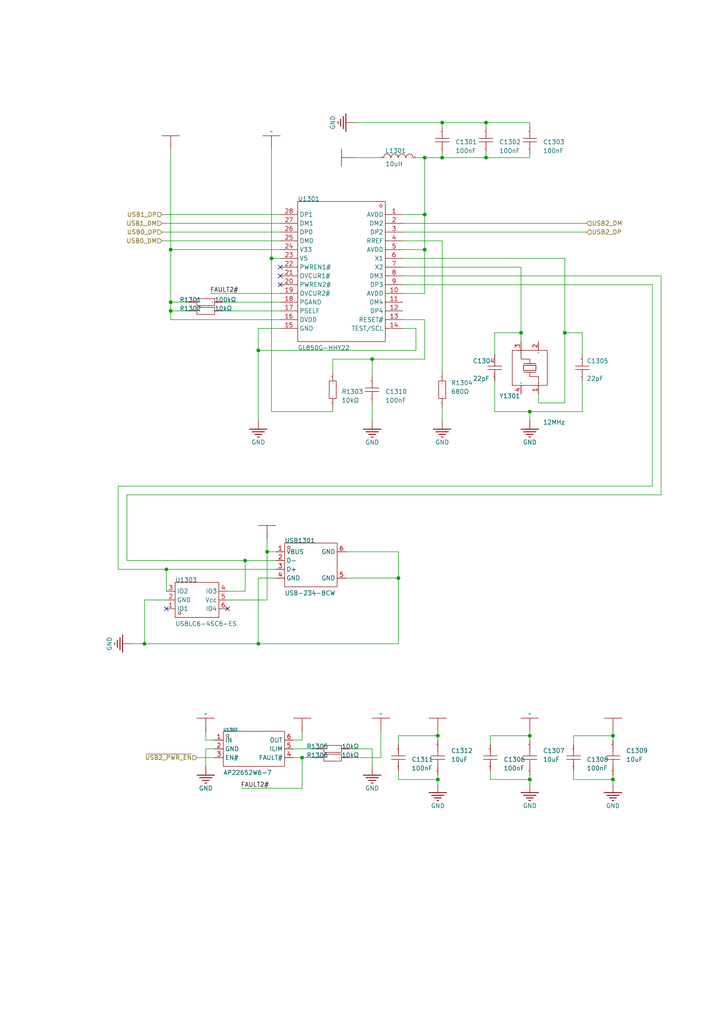
<source format=kicad_sch>
(kicad_sch (version 20250114) (generator "eeschema") (generator_version "9.0")
  (paper "A4" portrait)
  (lib_symbols
    (symbol "mainboard:0402B104K250NT"
      (property "Reference" "C" (at 0 0 0))
      (symbol "0402B104K250NT_1_0"
        (polyline (pts (xy -1.27 0) (xy -0.508 0)))
        (polyline (pts (xy -0.508 2.032) (xy -0.508 -2.032)))
        (polyline (pts (xy 0.508 2.032) (xy 0.508 -2.032)))
        (polyline (pts (xy 0.508 0) (xy 1.27 0)))
        (pin input line (at -3.81 0 0) (length 2.54) (name "1") (number "1"))
        (pin input line (at 3.81 0 180) (length 2.54) (name "2") (number "2"))
      )
    )
    (symbol "mainboard:0603WAF1002T5E"
      (symbol "0603WAF1002T5E_1_0"
        (rectangle (start -2.54 -1.016) (end 2.54 1.016))
        (pin input line (at -5.08 0 0) (length 2.54) (name "1") (number "1"))
        (pin input line (at 5.08 0 180) (length 2.54) (name "2") (number "2"))
      )
    )
    (symbol "mainboard:0603WAF1003T5E"
      (property "Reference" "R" (at 0 0 0))
      (symbol "0603WAF1003T5E_1_0"
        (rectangle (start -2.54 -1.016) (end 2.54 1.016))
        (pin input line (at -5.08 0 0) (length 2.54) (name "1") (number "1"))
        (pin input line (at 5.08 0 180) (length 2.54) (name "2") (number "2"))
      )
    )
    (symbol "mainboard:0603WAF6800T5E"
      (property "Reference" "R" (at 0 0 0))
      (symbol "0603WAF6800T5E_1_0"
        (rectangle (start -2.54 -1.016) (end 2.54 1.016))
        (pin input line (at -5.08 0 0) (length 2.54) (name "1") (number "1"))
        (pin input line (at 5.08 0 180) (length 2.54) (name "2") (number "2"))
      )
    )
    (symbol "mainboard:AP22652W6-7"
      (property "Reference" "U" (at 0 0 0))
      (symbol "AP22652W6-7_1_0"
        (rectangle (start -8.89 -5.08) (end 8.89 5.08))
        (circle (center -7.62 3.81) (radius 0.381))
        (pin input line (at -11.43 2.54 0) (length 2.54) (name "IN") (number "1"))
        (pin input line (at -11.43 0 0) (length 2.54) (name "GND") (number "2"))
        (pin input line (at -11.43 -2.54 0) (length 2.54) (name "EN#") (number "3"))
        (pin input line (at 11.43 2.54 180) (length 2.54) (name "OUT") (number "6"))
        (pin input line (at 11.43 0 180) (length 2.54) (name "ILIM") (number "5"))
        (pin input line (at 11.43 -2.54 180) (length 2.54) (name "FAULT#") (number "4"))
      )
    )
    (symbol "mainboard:CC0603JRNPO9BN220"
      (property "Reference" "C" (at 0 0 0))
      (symbol "CC0603JRNPO9BN220_1_0"
        (polyline (pts (xy -1.27 0) (xy -0.508 0)))
        (polyline (pts (xy -0.508 2.032) (xy -0.508 -2.032)))
        (polyline (pts (xy 0.508 2.032) (xy 0.508 -2.032)))
        (polyline (pts (xy 0.508 0) (xy 1.27 0)))
        (pin input line (at -3.81 0 0) (length 2.54) (name "1") (number "1"))
        (pin input line (at 3.81 0 180) (length 2.54) (name "2") (number "2"))
      )
    )
    (symbol "mainboard:CL10A106MA8NRNC"
      (property "Reference" "C" (at 0 0 0))
      (symbol "CL10A106MA8NRNC_1_0"
        (polyline (pts (xy -0.508 0) (xy -2.54 0)))
        (polyline (pts (xy -0.508 -2.032) (xy -0.508 2.032)))
        (polyline (pts (xy 0.508 2.032) (xy 0.508 -2.032)))
        (polyline (pts (xy 2.54 0) (xy 0.508 0)))
        (pin input line (at -5.08 0 0) (length 2.54) (name "1") (number "1"))
        (pin input line (at 5.08 0 180) (length 2.54) (name "2") (number "2"))
      )
    )
    (symbol "mainboard:GL850G-HHY22"
      (property "Reference" "U" (at 0 0 0))
      (symbol "GL850G-HHY22_1_0"
        (rectangle (start -12.7 -20.32) (end 12.7 20.32))
        (circle (center -11.43 19.05) (radius 0.381))
        (pin unspecified line (at -17.78 16.51 0) (length 5.08) (name "AVDD") (number "1"))
        (pin unspecified line (at -17.78 13.97 0) (length 5.08) (name "DM2") (number "2"))
        (pin unspecified line (at -17.78 11.43 0) (length 5.08) (name "DP2") (number "3"))
        (pin unspecified line (at -17.78 8.89 0) (length 5.08) (name "RREF") (number "4"))
        (pin unspecified line (at -17.78 6.35 0) (length 5.08) (name "AVDD") (number "5"))
        (pin unspecified line (at -17.78 3.81 0) (length 5.08) (name "X1") (number "6"))
        (pin unspecified line (at -17.78 1.27 0) (length 5.08) (name "X2") (number "7"))
        (pin unspecified line (at -17.78 -1.27 0) (length 5.08) (name "DM3") (number "8"))
        (pin unspecified line (at -17.78 -3.81 0) (length 5.08) (name "DP3") (number "9"))
        (pin unspecified line (at -17.78 -6.35 0) (length 5.08) (name "AVDD") (number "10"))
        (pin unspecified line (at -17.78 -8.89 0) (length 5.08) (name "DM4") (number "11"))
        (pin unspecified line (at -17.78 -11.43 0) (length 5.08) (name "DP4") (number "12"))
        (pin unspecified line (at -17.78 -13.97 0) (length 5.08) (name "RESET#") (number "13"))
        (pin unspecified line (at -17.78 -16.51 0) (length 5.08) (name "TEST/SCL") (number "14"))
        (pin unspecified line (at 17.78 16.51 180) (length 5.08) (name "DP1") (number "28"))
        (pin unspecified line (at 17.78 13.97 180) (length 5.08) (name "DM1") (number "27"))
        (pin unspecified line (at 17.78 11.43 180) (length 5.08) (name "DP0") (number "26"))
        (pin unspecified line (at 17.78 8.89 180) (length 5.08) (name "DM0") (number "25"))
        (pin unspecified line (at 17.78 6.35 180) (length 5.08) (name "V33") (number "24"))
        (pin unspecified line (at 17.78 3.81 180) (length 5.08) (name "V5") (number "23"))
        (pin unspecified line (at 17.78 1.27 180) (length 5.08) (name "PWREN1#") (number "22"))
        (pin unspecified line (at 17.78 -1.27 180) (length 5.08) (name "OVCUR1#") (number "21"))
        (pin unspecified line (at 17.78 -3.81 180) (length 5.08) (name "PWREN2#") (number "20"))
        (pin unspecified line (at 17.78 -6.35 180) (length 5.08) (name "OVCUR2#") (number "19"))
        (pin unspecified line (at 17.78 -8.89 180) (length 5.08) (name "PGAND") (number "18"))
        (pin unspecified line (at 17.78 -11.43 180) (length 5.08) (name "PSELF") (number "17"))
        (pin unspecified line (at 17.78 -13.97 180) (length 5.08) (name "DVDD") (number "16"))
        (pin unspecified line (at 17.78 -16.51 180) (length 5.08) (name "GND") (number "15"))
      )
    )
    (symbol "mainboard:Ground-GND" (power) (pin_numbers (hide yes)) (pin_names (hide yes))
      (property "Value" "GND" (at 0 -6.35 0))
      (symbol "Ground-GND_1_0"
        (polyline (pts (xy -2.54 -2.54) (xy 2.54 -2.54)) (stroke (width 0.254)))
        (polyline (pts (xy -1.778 -3.302) (xy 1.778 -3.302)) (stroke (width 0.254)))
        (polyline (pts (xy -1.016 -4.064) (xy 1.016 -4.064)) (stroke (width 0.254)))
        (polyline (pts (xy -0.254 -4.826) (xy 0.254 -4.826)) (stroke (width 0.254)))
        (pin power_in line (at 0 0 270) (length 2.54) (name "") (number "1"))
      )
    )
    (symbol "mainboard:Power-5V" (power) (pin_numbers (hide yes)) (pin_names (hide yes))
      (symbol "Power-5V_1_0"
        (polyline (pts (xy -2.54 3.81) (xy 2.54 3.81)))
        (polyline (pts (xy 0 3.81) (xy 0 1.27)))
        (pin power_in line (at 0 0 90) (length 1.27) (name "+5V_CURR2") (number "1"))
      )
    )
    (symbol "mainboard:SWPA3015S100MT"
      (property "Reference" "L" (at 0 0 0))
      (symbol "SWPA3015S100MT_1_0"
        (polyline (pts (xy -4.2672 0) (xy -4.2164 0.4318) (xy -4.2164 0.4318) (xy -4.0132 0.7874) (xy -4.0132 0.7874) (xy -3.6576 1.016) (xy -3.6576 1.016) (xy -3.2512 1.0922) (xy -3.2512 1.0922) (xy -2.8702 1.016) (xy -2.8702 1.016) (xy -2.5146 0.7874) (xy -2.5146 0.7874) (xy -2.3114 0.4064) (xy -2.3114 0.4064) (xy -2.2606 0)))
        (polyline (pts (xy -2.1082 0) (xy -2.0828 0.4318) (xy -2.0828 0.4318) (xy -1.8542 0.7874) (xy -1.8542 0.7874) (xy -1.524 1.016) (xy -1.524 1.016) (xy -1.1176 1.0922) (xy -1.1176 1.0922) (xy -0.7112 1.016) (xy -0.7112 1.016) (xy -0.3556 0.7874) (xy -0.3556 0.7874) (xy -0.1524 0.4318) (xy -0.1524 0.4318) (xy -0.1016 0)))
        (polyline (pts (xy 0 0) (xy 0.0508 0.4318) (xy 0.0508 0.4318) (xy 0.2794 0.7874) (xy 0.2794 0.7874) (xy 0.6096 1.016) (xy 0.6096 1.016) (xy 1.016 1.0922) (xy 1.016 1.0922) (xy 1.4224 1.016) (xy 1.4224 1.016) (xy 1.7526 0.7874) (xy 1.7526 0.7874) (xy 1.9812 0.4318) (xy 1.9812 0.4318) (xy 2.032 0)))
        (polyline (pts (xy 2.2098 0) (xy 2.2606 0.4064) (xy 2.2606 0.4064) (xy 2.4638 0.762) (xy 2.4638 0.762) (xy 2.8194 0.9906) (xy 2.8194 0.9906) (xy 3.2004 1.0922) (xy 3.2004 1.0922) (xy 3.6068 0.9906) (xy 3.6068 0.9906) (xy 3.9624 0.762) (xy 3.9624 0.762) (xy 4.1656 0.4064) (xy 4.1656 0.4064) (xy 4.2164 0)))
        (pin unspecified line (at -5.08 0 0) (length 0.762) (name "1") (number "1"))
        (pin unspecified line (at 5.08 0 180) (length 0.762) (name "2") (number "2"))
      )
    )
    (symbol "mainboard:USB-234-BCW"
      (property "Reference" "USB" (at 0 0 0))
      (symbol "USB-234-BCW_1_0"
        (rectangle (start -7.62 -5.08) (end 7.62 7.62))
        (circle (center -6.35 6.35) (radius 0.381))
        (pin input line (at -10.16 5.08 0) (length 2.54) (name "VBUS") (number "1"))
        (pin input line (at -10.16 2.54 0) (length 2.54) (name "D-") (number "2"))
        (pin input line (at -10.16 0 0) (length 2.54) (name "D+") (number "3"))
        (pin input line (at -10.16 -2.54 0) (length 2.54) (name "GND") (number "4"))
        (pin input line (at 10.16 5.08 180) (length 2.54) (name "GND") (number "6"))
        (pin input line (at 10.16 -2.54 180) (length 2.54) (name "GND") (number "5"))
      )
    )
    (symbol "mainboard:USBLC6-4SC6-ES"
      (property "Reference" "U" (at 0 0 0))
      (symbol "USBLC6-4SC6-ES_1_0"
        (rectangle (start -6.35 -5.08) (end 6.35 5.08))
        (circle (center -5.08 3.81) (radius 0.381))
        (pin unspecified line (at -8.89 2.54 0) (length 2.54) (name "IO1") (number "1"))
        (pin unspecified line (at -8.89 0 0) (length 2.54) (name "GND") (number "2"))
        (pin unspecified line (at -8.89 -2.54 0) (length 2.54) (name "IO2") (number "3"))
        (pin unspecified line (at 8.89 2.54 180) (length 2.54) (name "IO4") (number "6"))
        (pin unspecified line (at 8.89 0 180) (length 2.54) (name "Vcc") (number "5"))
        (pin unspecified line (at 8.89 -2.54 180) (length 2.54) (name "IO3") (number "4"))
      )
    )
    (symbol "mainboard:X322512MSB4SI"
      (property "Reference" "X" (at 0 0 0))
      (symbol "X322512MSB4SI_1_0"
        (polyline (pts (xy -5.08 -2.54) (xy -2.54 -2.54) (xy -2.54 -2.54) (xy -2.54 0) (xy -2.54 0) (xy -1.524 0)))
        (rectangle (start -5.08 -5.08) (end 5.08 5.08))
        (polyline (pts (xy -1.27 -1.016) (xy -1.27 1.016)))
        (polyline (pts (xy -1.27 -1.778) (xy -1.27 1.778)))
        (polyline (pts (xy -0.762 -1.778) (xy -0.762 1.778) (xy -0.762 1.778) (xy 0.762 1.778) (xy 0.762 1.778) (xy 0.762 -1.778)))
        (polyline (pts (xy 0.762 1.778) (xy 0.762 -1.778) (xy 0.762 -1.778) (xy -0.762 -1.778) (xy -0.762 -1.778) (xy -0.762 1.778) (xy -0.762 1.778) (xy 0.762 1.778)))
        (polyline (pts (xy 0.762 -1.778) (xy -0.762 -1.778)))
        (polyline (pts (xy 1.27 -1.016) (xy 1.27 1.016)))
        (polyline (pts (xy 1.27 -1.778) (xy 1.27 1.778)))
        (polyline (pts (xy 5.08 2.54) (xy 2.54 2.54) (xy 2.54 2.54) (xy 2.54 0) (xy 2.54 0) (xy 1.524 0)))
        (pin unspecified line (at -7.62 2.54 0) (length 2.54) (name "GND") (number "4"))
        (pin unspecified line (at -7.62 -2.54 0) (length 2.54) (name "OSC1") (number "1"))
        (pin unspecified line (at 7.62 2.54 180) (length 2.54) (name "OSC2") (number "3"))
        (pin unspecified line (at 7.62 -2.54 180) (length 2.54) (name "GND") (number "2"))
      )
    )
  )
  (junction (at 123.19 62.23))
  (junction (at 140.97 45.72))
  (junction (at 107.95 104.14))
  (junction (at 71.12 162.56))
  (junction (at 177.8 226.06))
  (junction (at 78.74 74.93))
  (junction (at 140.97 35.56))
  (junction (at 48.26 165.1))
  (junction (at 127 226.06))
  (junction (at 49.53 90.17))
  (junction (at 49.53 87.63))
  (junction (at 151.13 96.52))
  (junction (at 87.63 219.71))
  (junction (at 153.67 213.36))
  (junction (at 77.47 160.02))
  (junction (at 163.83 96.52))
  (junction (at 123.19 45.72))
  (junction (at 74.93 101.6))
  (junction (at 115.57 167.64))
  (junction (at 128.27 45.72))
  (junction (at 74.93 186.69))
  (junction (at 127 213.36))
  (junction (at 153.67 119.38))
  (junction (at 128.27 35.56))
  (junction (at 153.67 226.06))
  (junction (at 123.19 72.39))
  (junction (at 49.53 72.39))
  (junction (at 177.8 213.36))
  (junction (at 41.91 186.69))
  (no_connect (at 48.26 176.53))
  (no_connect (at 81.28 80.01))
  (no_connect (at 66.04 176.53))
  (no_connect (at 81.28 82.55))
  (no_connect (at 81.28 77.47))
  (wire (pts (xy 36.83 143.51) (xy 191.77 143.51)))
  (wire (pts (xy 115.57 226.06) (xy 127 226.06)))
  (wire (pts (xy 191.77 80.01) (xy 116.84 80.01)))
  (wire (pts (xy 123.19 62.23) (xy 123.19 72.39)))
  (wire (pts (xy 116.84 67.31) (xy 170.18 67.31)))
  (wire (pts (xy 77.47 173.99) (xy 66.04 173.99)))
  (wire (pts (xy 77.47 160.02) (xy 80.01 160.02)))
  (wire (pts (xy 77.47 160.02) (xy 77.47 156.21)))
  (wire (pts (xy 168.91 96.52) (xy 168.91 102.87)))
  (wire (pts (xy 153.67 212.09) (xy 153.67 213.36)))
  (wire (pts (xy 166.37 223.52) (xy 166.37 226.06)))
  (wire (pts (xy 34.29 165.1) (xy 48.26 165.1)))
  (wire (pts (xy 49.53 87.63) (xy 54.61 87.63)))
  (wire (pts (xy 116.84 69.85) (xy 128.27 69.85)))
  (wire (pts (xy 81.28 95.25) (xy 74.93 95.25)))
  (wire (pts (xy 115.57 167.64) (xy 115.57 186.69)))
  (wire (pts (xy 96.52 119.38) (xy 96.52 118.11)))
  (wire (pts (xy 101.6 219.71) (xy 110.49 219.71)))
  (wire (pts (xy 166.37 213.36) (xy 166.37 215.9)))
  (wire (pts (xy 151.13 96.52) (xy 143.51 96.52)))
  (wire (pts (xy 163.83 96.52) (xy 163.83 116.84)))
  (wire (pts (xy 87.63 219.71) (xy 87.63 228.6)))
  (wire (pts (xy 34.29 140.97) (xy 34.29 165.1)))
  (wire (pts (xy 140.97 45.72) (xy 128.27 45.72)))
  (wire (pts (xy 49.53 90.17) (xy 54.61 90.17)))
  (wire (pts (xy 127 213.36) (xy 127 212.09)))
  (wire (pts (xy 120.65 101.6) (xy 120.65 95.25)))
  (wire (pts (xy 191.77 143.51) (xy 191.77 80.01)))
  (wire (pts (xy 41.91 173.99) (xy 41.91 186.69)))
  (wire (pts (xy 151.13 96.52) (xy 151.13 99.06)))
  (wire (pts (xy 74.93 186.69) (xy 41.91 186.69)))
  (wire (pts (xy 115.57 160.02) (xy 115.57 167.64)))
  (wire (pts (xy 36.83 143.51) (xy 36.83 162.56)))
  (wire (pts (xy 153.67 214.63) (xy 153.67 213.36)))
  (wire (pts (xy 64.77 90.17) (xy 81.28 90.17)))
  (wire (pts (xy 168.91 119.38) (xy 168.91 110.49)))
  (wire (pts (xy 151.13 77.47) (xy 151.13 96.52)))
  (wire (pts (xy 101.6 217.17) (xy 107.95 217.17)))
  (wire (pts (xy 140.97 35.56) (xy 140.97 36.83)))
  (wire (pts (xy 123.19 62.23) (xy 116.84 62.23)))
  (wire (pts (xy 102.87 45.72) (xy 110.49 45.72)))
  (wire (pts (xy 59.69 217.17) (xy 59.69 222.25)))
  (wire (pts (xy 163.83 74.93) (xy 163.83 96.52)))
  (wire (pts (xy 49.53 90.17) (xy 49.53 92.71)))
  (wire (pts (xy 77.47 173.99) (xy 77.47 160.02)))
  (wire (pts (xy 153.67 45.72) (xy 140.97 45.72)))
  (wire (pts (xy 177.8 227.33) (xy 177.8 226.06)))
  (wire (pts (xy 153.67 227.33) (xy 153.67 226.06)))
  (wire (pts (xy 140.97 44.45) (xy 140.97 45.72)))
  (wire (pts (xy 74.93 167.64) (xy 74.93 186.69)))
  (wire (pts (xy 78.74 74.93) (xy 81.28 74.93)))
  (wire (pts (xy 78.74 119.38) (xy 96.52 119.38)))
  (wire (pts (xy 189.23 82.55) (xy 189.23 140.97)))
  (wire (pts (xy 107.95 217.17) (xy 107.95 222.25)))
  (wire (pts (xy 123.19 92.71) (xy 116.84 92.71)))
  (wire (pts (xy 153.67 224.79) (xy 153.67 226.06)))
  (wire (pts (xy 78.74 119.38) (xy 78.74 74.93)))
  (wire (pts (xy 120.65 95.25) (xy 116.84 95.25)))
  (wire (pts (xy 71.12 162.56) (xy 71.12 171.45)))
  (wire (pts (xy 153.67 213.36) (xy 142.24 213.36)))
  (wire (pts (xy 120.65 101.6) (xy 74.93 101.6)))
  (wire (pts (xy 123.19 72.39) (xy 116.84 72.39)))
  (wire (pts (xy 115.57 213.36) (xy 127 213.36)))
  (wire (pts (xy 36.83 162.56) (xy 71.12 162.56)))
  (wire (pts (xy 80.01 162.56) (xy 71.12 162.56)))
  (wire (pts (xy 49.53 72.39) (xy 49.53 87.63)))
  (wire (pts (xy 142.24 223.52) (xy 142.24 226.06)))
  (wire (pts (xy 80.01 167.64) (xy 74.93 167.64)))
  (wire (pts (xy 177.8 212.09) (xy 177.8 213.36)))
  (wire (pts (xy 115.57 226.06) (xy 115.57 223.52)))
  (wire (pts (xy 91.44 217.17) (xy 85.09 217.17)))
  (wire (pts (xy 107.95 104.14) (xy 96.52 104.14)))
  (wire (pts (xy 115.57 167.64) (xy 100.33 167.64)))
  (wire (pts (xy 123.19 62.23) (xy 123.19 45.72)))
  (wire (pts (xy 81.28 85.09) (xy 60.96 85.09)))
  (wire (pts (xy 81.28 64.77) (xy 46.99 64.77)))
  (wire (pts (xy 91.44 219.71) (xy 87.63 219.71)))
  (wire (pts (xy 107.95 116.84) (xy 107.95 121.92)))
  (wire (pts (xy 38.1 186.69) (xy 41.91 186.69)))
  (wire (pts (xy 46.99 67.31) (xy 81.28 67.31)))
  (wire (pts (xy 107.95 104.14) (xy 123.19 104.14)))
  (wire (pts (xy 46.99 69.85) (xy 81.28 69.85)))
  (wire (pts (xy 128.27 69.85) (xy 128.27 107.95)))
  (wire (pts (xy 110.49 219.71) (xy 110.49 212.09)))
  (wire (pts (xy 163.83 116.84) (xy 156.21 116.84)))
  (wire (pts (xy 140.97 35.56) (xy 128.27 35.56)))
  (wire (pts (xy 123.19 104.14) (xy 123.19 92.71)))
  (wire (pts (xy 153.67 119.38) (xy 168.91 119.38)))
  (wire (pts (xy 177.8 224.79) (xy 177.8 226.06)))
  (wire (pts (xy 128.27 35.56) (xy 102.87 35.56)))
  (wire (pts (xy 74.93 101.6) (xy 74.93 95.25)))
  (wire (pts (xy 116.84 82.55) (xy 189.23 82.55)))
  (wire (pts (xy 153.67 35.56) (xy 140.97 35.56)))
  (wire (pts (xy 143.51 119.38) (xy 143.51 110.49)))
  (wire (pts (xy 48.26 171.45) (xy 48.26 165.1)))
  (wire (pts (xy 123.19 72.39) (xy 123.19 85.09)))
  (wire (pts (xy 115.57 213.36) (xy 115.57 215.9)))
  (wire (pts (xy 153.67 44.45) (xy 153.67 45.72)))
  (wire (pts (xy 62.23 214.63) (xy 59.69 214.63)))
  (wire (pts (xy 87.63 219.71) (xy 85.09 219.71)))
  (wire (pts (xy 116.84 74.93) (xy 163.83 74.93)))
  (wire (pts (xy 153.67 36.83) (xy 153.67 35.56)))
  (wire (pts (xy 107.95 109.22) (xy 107.95 104.14)))
  (wire (pts (xy 85.09 214.63) (xy 87.63 214.63)))
  (wire (pts (xy 96.52 104.14) (xy 96.52 107.95)))
  (wire (pts (xy 49.53 92.71) (xy 81.28 92.71)))
  (wire (pts (xy 59.69 214.63) (xy 59.69 212.09)))
  (wire (pts (xy 116.84 64.77) (xy 170.18 64.77)))
  (wire (pts (xy 123.19 45.72) (xy 120.65 45.72)))
  (wire (pts (xy 66.04 171.45) (xy 71.12 171.45)))
  (wire (pts (xy 127 213.36) (xy 127 214.63)))
  (wire (pts (xy 153.67 226.06) (xy 142.24 226.06)))
  (wire (pts (xy 78.74 74.93) (xy 78.74 43.18)))
  (wire (pts (xy 62.23 217.17) (xy 59.69 217.17)))
  (wire (pts (xy 115.57 160.02) (xy 100.33 160.02)))
  (wire (pts (xy 87.63 228.6) (xy 69.85 228.6)))
  (wire (pts (xy 143.51 96.52) (xy 143.51 102.87)))
  (wire (pts (xy 87.63 214.63) (xy 87.63 212.09)))
  (wire (pts (xy 128.27 45.72) (xy 128.27 44.45)))
  (wire (pts (xy 128.27 35.56) (xy 128.27 36.83)))
  (wire (pts (xy 143.51 119.38) (xy 153.67 119.38)))
  (wire (pts (xy 115.57 186.69) (xy 74.93 186.69)))
  (wire (pts (xy 127 226.06) (xy 127 227.33)))
  (wire (pts (xy 74.93 121.92) (xy 74.93 101.6)))
  (wire (pts (xy 49.53 87.63) (xy 49.53 90.17)))
  (wire (pts (xy 177.8 213.36) (xy 177.8 214.63)))
  (wire (pts (xy 80.01 165.1) (xy 48.26 165.1)))
  (wire (pts (xy 123.19 85.09) (xy 116.84 85.09)))
  (wire (pts (xy 166.37 213.36) (xy 177.8 213.36)))
  (wire (pts (xy 156.21 116.84) (xy 156.21 114.3)))
  (wire (pts (xy 128.27 45.72) (xy 123.19 45.72)))
  (wire (pts (xy 41.91 173.99) (xy 48.26 173.99)))
  (wire (pts (xy 127 224.79) (xy 127 226.06)))
  (wire (pts (xy 49.53 72.39) (xy 49.53 43.18)))
  (wire (pts (xy 166.37 226.06) (xy 177.8 226.06)))
  (wire (pts (xy 142.24 215.9) (xy 142.24 213.36)))
  (wire (pts (xy 153.67 121.92) (xy 153.67 119.38)))
  (wire (pts (xy 168.91 96.52) (xy 163.83 96.52)))
  (wire (pts (xy 49.53 72.39) (xy 81.28 72.39)))
  (wire (pts (xy 128.27 118.11) (xy 128.27 121.92)))
  (wire (pts (xy 64.77 87.63) (xy 81.28 87.63)))
  (wire (pts (xy 81.28 62.23) (xy 46.99 62.23)))
  (wire (pts (xy 189.23 140.97) (xy 34.29 140.97)))
  (wire (pts (xy 116.84 77.47) (xy 151.13 77.47)))
  (wire (pts (xy 57.15 219.71) (xy 62.23 219.71)))
  (label "FAULT2#" (at 69.85 228.6 0))
  (label "FAULT2#" (at 60.96 85.09 0))
  (hierarchical_label "USB1_DM" (shape input) (at 46.99 64.77 180))
  (hierarchical_label "USB1_DP" (shape input) (at 46.99 62.23 180))
  (hierarchical_label "USB0_DM" (shape input) (at 46.99 69.85 180))
  (hierarchical_label "~{USB2_PWR_EN}" (shape input) (at 57.15 219.71 180))
  (hierarchical_label "USB0_DP" (shape input) (at 46.99 67.31 180))
  (hierarchical_label "USB2_DM" (shape input) (at 170.18 64.77 0))
  (hierarchical_label "USB2_DP" (shape input) (at 170.18 67.31 0))
  (symbol (lib_id "mainboard:Ground-GND") (at 153.67 121.92 0) (unit 1)
    (property "Reference" "#PWR01312" (effects (hide yes)))
    (property "Value" "GND" (at 153.67 128.27 0))
    (property "Footprint" "mainboard:" (effects (hide yes)))
  )
  (symbol (lib_id "mainboard:0603WAF1002T5E") (at 96.52 217.17 180) (unit 1)
    (property "Reference" "R1305" (at 88.9 217.17 0) (effects (justify right top)))
    (property "Value" "10kΩ" (at 99.06 217.17 0) (effects (justify right top)))
    (property "Footprint" "mainboard:R0603" (effects (hide yes)))
    (property "Datasheet" "https://atta.szlcsc.com/upload/public/pdf/source/20200306/C422600_1E6D84923E4A46A82E41ADD87F860B5C.pdf" (effects (hide yes)))
    (property "Description" "Type:Thick Film Resistors Resistance:10kΩ Tolerance:±1% Tolerance:±1% Power(Watts): Overload Voltage (Max): Temperature Coefficient:±100ppm/°C Temperature Coefficient:±100ppm/°C Operating Temperature Range:-55°C~+155°C Operating Temperature Range:-55°C~+155°C" (effects (hide yes)))
    (property "Manufacturer Part" "0603WAF1002T5E" (effects (hide yes)))
    (property "Manufacturer" "UNI-ROYAL(厚声)" (effects (hide yes)))
    (property "Supplier Part" "C25804" (effects (hide yes)))
    (property "Supplier" "LCSC" (effects (hide yes)))
    (property "LCSC Part Name" "厚膜电阻 10kΩ ±1% 100mW" (effects (hide yes)))
  )
  (symbol (lib_id "mainboard:Ground-GND") (at 102.87 35.56 270) (unit 1)
    (property "Reference" "#PWR01301" (effects (hide yes)))
    (property "Value" "GND" (at 96.52 35.56 0))
    (property "Footprint" "mainboard:" (effects (hide yes)))
  )
  (symbol (lib_id "mainboard:0402B104K250NT") (at 107.95 113.03 90) (unit 1)
    (property "Reference" "C1310" (at 111.76 114.3 90) (effects (justify right top)))
    (property "Value" "100nF" (at 111.76 116.84 90) (effects (justify right top)))
    (property "Footprint" "mainboard:C0402" (effects (hide yes)))
    (property "Datasheet" "https://atta.szlcsc.com/upload/public/pdf/source/20200305/C486355_26A10D38EF8C2A5C37091D0039909270.pdf" (effects (hide yes)))
    (property "Description" "Capacitance:100nF Tolerance:±10% Tolerance:±10% Voltage Rated: Temperature Coefficient:" (effects (hide yes)))
    (property "Manufacturer Part" "0402B104K250NT" (effects (hide yes)))
    (property "Manufacturer" "FH(风华)" (effects (hide yes)))
    (property "Supplier Part" "C56392" (effects (hide yes)))
    (property "Supplier" "LCSC" (effects (hide yes)))
    (property "LCSC Part Name" "100nF ±10% 25V" (effects (hide yes)))
  )
  (symbol (lib_id "mainboard:CL10A106MA8NRNC") (at 177.8 219.71 90) (unit 1)
    (property "Reference" "C1309" (at 181.61 218.44 90) (effects (justify right top)))
    (property "Value" "10uF" (at 181.61 220.98 90) (effects (justify right top)))
    (property "Footprint" "mainboard:C0603" (effects (hide yes)))
    (property "Datasheet" "https://atta.szlcsc.com/upload/public/pdf/source/20160218/1457707763339.pdf" (effects (hide yes)))
    (property "Description" "Capacitance: Tolerance:±20% Tolerance:±20% Voltage Rated: Temperature Coefficient:" (effects (hide yes)))
    (property "Manufacturer Part" "CL10A106MA8NRNC" (effects (hide yes)))
    (property "Manufacturer" "SAMSUNG(三星)" (effects (hide yes)))
    (property "Supplier Part" "C96446" (effects (hide yes)))
    (property "Supplier" "LCSC" (effects (hide yes)))
    (property "LCSC Part Name" "10uF ±20% 25V" (effects (hide yes)))
  )
  (symbol (lib_id "mainboard:Power-5V") (at 127 212.09 0) (unit 1)
    (property "Reference" "#PWR01320" (effects (hide yes)))
    (property "Value" "+5V_CURR2" (effects (hide yes)))
    (property "Footprint" "mainboard:" (effects (hide yes)))
    (property "Description" "Power-5V" (effects (hide yes)))
  )
  (symbol (lib_id "mainboard:Ground-GND") (at 128.27 121.92 0) (unit 1)
    (property "Reference" "#PWR01311" (effects (hide yes)))
    (property "Value" "GND" (at 128.27 128.27 0))
    (property "Footprint" "mainboard:" (effects (hide yes)))
  )
  (symbol (lib_id "mainboard:Power-5V") (at 153.67 212.09 0) (unit 1)
    (property "Reference" "#PWR01305" (effects (hide yes)))
    (property "Value" "~" (at 153.67 207.01 0))
    (property "Footprint" "mainboard:" (effects (hide yes)))
    (property "Description" "Power-5V" (effects (hide yes)))
  )
  (symbol (lib_id "mainboard:Power-5V") (at 110.49 212.09 0) (unit 1)
    (property "Reference" "#PWR01316" (effects (hide yes)))
    (property "Value" "~" (at 110.49 207.01 0))
    (property "Footprint" "mainboard:" (effects (hide yes)))
    (property "Description" "Power-5V" (effects (hide yes)))
  )
  (symbol (lib_id "mainboard:Power-5V") (at 59.69 212.09 0) (unit 1)
    (property "Reference" "#PWR01314" (effects (hide yes)))
    (property "Value" "~" (at 59.69 207.01 0))
    (property "Footprint" "mainboard:" (effects (hide yes)))
    (property "Description" "Power-5V" (effects (hide yes)))
  )
  (symbol (lib_id "mainboard:Power-5V") (at 102.87 45.72 90) (unit 1)
    (property "Reference" "#PWR01304" (effects (hide yes)))
    (property "Value" "+3.3V" (effects (hide yes)))
    (property "Footprint" "mainboard:" (effects (hide yes)))
    (property "Description" "Power-5V" (effects (hide yes)))
  )
  (symbol (lib_id "mainboard:Ground-GND") (at 177.8 227.33 0) (unit 1)
    (property "Reference" "#PWR01308" (effects (hide yes)))
    (property "Value" "GND" (at 177.8 233.68 0))
    (property "Footprint" "mainboard:" (effects (hide yes)))
  )
  (symbol (lib_id "mainboard:0402B104K250NT") (at 166.37 219.71 90) (unit 1)
    (property "Reference" "C1308" (at 170.18 220.98 90) (effects (justify right top)))
    (property "Value" "100nF" (at 170.18 223.52 90) (effects (justify right top)))
    (property "Footprint" "mainboard:C0402" (effects (hide yes)))
    (property "Datasheet" "https://atta.szlcsc.com/upload/public/pdf/source/20200305/C486355_26A10D38EF8C2A5C37091D0039909270.pdf" (effects (hide yes)))
    (property "Description" "Capacitance:100nF Tolerance:±10% Tolerance:±10% Voltage Rated: Temperature Coefficient:" (effects (hide yes)))
    (property "Manufacturer Part" "0402B104K250NT" (effects (hide yes)))
    (property "Manufacturer" "FH(风华)" (effects (hide yes)))
    (property "Supplier Part" "C56392" (effects (hide yes)))
    (property "Supplier" "LCSC" (effects (hide yes)))
    (property "LCSC Part Name" "100nF ±10% 25V" (effects (hide yes)))
  )
  (symbol (lib_id "mainboard:0603WAF6800T5E") (at 128.27 113.03 90) (unit 1)
    (property "Reference" "R1304" (at 130.81 111.76 90) (effects (justify right top)))
    (property "Value" "680Ω" (at 130.81 114.3 90) (effects (justify right top)))
    (property "Footprint" "mainboard:R0603" (effects (hide yes)))
    (property "Datasheet" "https://atta.szlcsc.com/upload/public/pdf/source/20200306/C422600_1E6D84923E4A46A82E41ADD87F860B5C.pdf" (effects (hide yes)))
    (property "Description" "Type:Thick Film Resistors Resistance: Tolerance:±1% Tolerance:±1% Power(Watts): Overload Voltage (Max): Temperature Coefficient:±100ppm/°C Temperature Coefficient:±100ppm/°C Operating Temperature Range:-55°C~+155°C Operating Temperature Range:-55°C~+155°C" (effects (hide yes)))
    (property "Manufacturer Part" "0603WAF6800T5E" (effects (hide yes)))
    (property "Manufacturer" "UNI-ROYAL(厚声)" (effects (hide yes)))
    (property "Supplier Part" "C23228" (effects (hide yes)))
    (property "Supplier" "LCSC" (effects (hide yes)))
    (property "LCSC Part Name" "680Ω ±1% 100mW 厚膜电阻" (effects (hide yes)))
  )
  (symbol (lib_id "mainboard:0402B104K250NT") (at 115.57 219.71 90) (unit 1)
    (property "Reference" "C1311" (at 119.38 220.98 90) (effects (justify right top)))
    (property "Value" "100nF" (at 119.38 223.52 90) (effects (justify right top)))
    (property "Footprint" "mainboard:C0402" (effects (hide yes)))
    (property "Datasheet" "https://atta.szlcsc.com/upload/public/pdf/source/20200305/C486355_26A10D38EF8C2A5C37091D0039909270.pdf" (effects (hide yes)))
    (property "Description" "Capacitance:100nF Tolerance:±10% Tolerance:±10% Voltage Rated: Temperature Coefficient:" (effects (hide yes)))
    (property "Manufacturer Part" "0402B104K250NT" (effects (hide yes)))
    (property "Manufacturer" "FH(风华)" (effects (hide yes)))
    (property "Supplier Part" "C56392" (effects (hide yes)))
    (property "Supplier" "LCSC" (effects (hide yes)))
    (property "LCSC Part Name" "100nF ±10% 25V" (effects (hide yes)))
  )
  (symbol (lib_id "mainboard:X322512MSB4SI") (at 153.67 106.68 90) (unit 1)
    (property "Reference" "Y1301" (at 144.78 115.57 90) (effects (justify right top)))
    (property "Value" "12MHz" (at 157.48 123.19 90) (effects (justify right top)))
    (property "Footprint" "mainboard:OSC-SMD_4P-L3.2-W2.5-BL" (effects (hide yes)))
    (property "Datasheet" "https://atta.szlcsc.com/upload/public/pdf/source/20240329/19D5F850207469550BEB00D7DFEDBC7A.pdf" (effects (hide yes)))
    (property "Description" "Crystal Type:贴片晶振 Frequency: Normal temperature Frequency Tolerance:±10ppm Normal temperature Frequency Tolerance:±10ppm External load capacitor: Frequency Stability(Full temperature range):±20ppm Frequency Stability(Full temperature range):±20ppm Operati" (effects (hide yes)))
    (property "Manufacturer Part" "X322512MSB4SI" (effects (hide yes)))
    (property "Manufacturer" "YXC(扬兴晶振)" (effects (hide yes)))
    (property "Supplier Part" "C9002" (effects (hide yes)))
    (property "Supplier" "LCSC" (effects (hide yes)))
    (property "LCSC Part Name" "12MHz ±10ppm 20pF" (effects (hide yes)))
  )
  (symbol (lib_id "mainboard:0402B104K250NT") (at 128.27 40.64 90) (unit 1)
    (property "Reference" "C1301" (at 132.08 41.91 90) (effects (justify right top)))
    (property "Value" "100nF" (at 132.08 44.45 90) (effects (justify right top)))
    (property "Footprint" "mainboard:C0402" (effects (hide yes)))
    (property "Datasheet" "https://atta.szlcsc.com/upload/public/pdf/source/20200305/C486355_26A10D38EF8C2A5C37091D0039909270.pdf" (effects (hide yes)))
    (property "Description" "Capacitance:100nF Tolerance:±10% Tolerance:±10% Voltage Rated: Temperature Coefficient:" (effects (hide yes)))
    (property "Manufacturer Part" "0402B104K250NT" (effects (hide yes)))
    (property "Manufacturer" "FH(风华)" (effects (hide yes)))
    (property "Supplier Part" "C56392" (effects (hide yes)))
    (property "Supplier" "LCSC" (effects (hide yes)))
    (property "LCSC Part Name" "100nF ±10% 25V" (effects (hide yes)))
  )
  (symbol (lib_id "mainboard:Ground-GND") (at 74.93 121.92 0) (unit 1)
    (property "Reference" "#PWR01309" (effects (hide yes)))
    (property "Value" "GND" (at 74.93 128.27 0))
    (property "Footprint" "mainboard:" (effects (hide yes)))
  )
  (symbol (lib_id "mainboard:Ground-GND") (at 153.67 227.33 0) (unit 1)
    (property "Reference" "#PWR01307" (effects (hide yes)))
    (property "Value" "GND" (at 153.67 233.68 0))
    (property "Footprint" "mainboard:" (effects (hide yes)))
  )
  (symbol (lib_id "mainboard:GL850G-HHY22") (at 99.06 78.74 0) (mirror y) (unit 1)
    (property "Reference" "U1301" (at 86.36 58.42 0) (effects (justify right bottom)))
    (property "Value" "GL850G-HHY22" (at 86.36 101.6 0) (effects (justify right bottom)))
    (property "Footprint" "mainboard:SSOP-28_L10.2-W5.3-P0.65-LS7.8-BL" (effects (hide yes)))
    (property "Datasheet" "https://atta.szlcsc.com/upload/public/pdf/source/20171020/C136617_15084810856801046467.pdf" (effects (hide yes)))
    (property "Description" "Applications Function: Protocol:" (effects (hide yes)))
    (property "Manufacturer Part" "GL850G-HHY22" (effects (hide yes)))
    (property "Manufacturer" "GENESYS(创惟)" (effects (hide yes)))
    (property "Supplier Part" "C136617" (effects (hide yes)))
    (property "Supplier" "LCSC" (effects (hide yes)))
    (property "LCSC Part Name" "USB 2.0集线器控制器" (effects (hide yes)))
  )
  (symbol (lib_id "mainboard:CL10A106MA8NRNC") (at 127 219.71 90) (unit 1)
    (property "Reference" "C1312" (at 130.81 218.44 90) (effects (justify right top)))
    (property "Value" "10uF" (at 130.81 220.98 90) (effects (justify right top)))
    (property "Footprint" "mainboard:C0603" (effects (hide yes)))
    (property "Datasheet" "https://atta.szlcsc.com/upload/public/pdf/source/20160218/1457707763339.pdf" (effects (hide yes)))
    (property "Description" "Capacitance: Tolerance:±20% Tolerance:±20% Voltage Rated: Temperature Coefficient:" (effects (hide yes)))
    (property "Manufacturer Part" "CL10A106MA8NRNC" (effects (hide yes)))
    (property "Manufacturer" "SAMSUNG(三星)" (effects (hide yes)))
    (property "Supplier Part" "C96446" (effects (hide yes)))
    (property "Supplier" "LCSC" (effects (hide yes)))
    (property "LCSC Part Name" "10uF ±20% 25V" (effects (hide yes)))
  )
  (symbol (lib_id "mainboard:Ground-GND") (at 107.95 222.25 0) (unit 1)
    (property "Reference" "#PWR01318" (effects (hide yes)))
    (property "Value" "GND" (at 107.95 228.6 0))
    (property "Footprint" "mainboard:" (effects (hide yes)))
  )
  (symbol (lib_id "mainboard:Ground-GND") (at 127 227.33 0) (unit 1)
    (property "Reference" "#PWR01321" (effects (hide yes)))
    (property "Value" "GND" (at 127 233.68 0))
    (property "Footprint" "mainboard:" (effects (hide yes)))
  )
  (symbol (lib_id "mainboard:Power-5V") (at 87.63 212.09 0) (unit 1)
    (property "Reference" "#PWR01315" (effects (hide yes)))
    (property "Value" "+5V_CURR2" (effects (hide yes)))
    (property "Footprint" "mainboard:" (effects (hide yes)))
    (property "Description" "Power-5V" (effects (hide yes)))
  )
  (symbol (lib_id "mainboard:CL10A106MA8NRNC") (at 153.67 219.71 90) (unit 1)
    (property "Reference" "C1307" (at 157.48 218.44 90) (effects (justify right top)))
    (property "Value" "10uF" (at 157.48 220.98 90) (effects (justify right top)))
    (property "Footprint" "mainboard:C0603" (effects (hide yes)))
    (property "Datasheet" "https://atta.szlcsc.com/upload/public/pdf/source/20160218/1457707763339.pdf" (effects (hide yes)))
    (property "Description" "Capacitance: Tolerance:±20% Tolerance:±20% Voltage Rated: Temperature Coefficient:" (effects (hide yes)))
    (property "Manufacturer Part" "CL10A106MA8NRNC" (effects (hide yes)))
    (property "Manufacturer" "SAMSUNG(三星)" (effects (hide yes)))
    (property "Supplier Part" "C96446" (effects (hide yes)))
    (property "Supplier" "LCSC" (effects (hide yes)))
    (property "LCSC Part Name" "10uF ±20% 25V" (effects (hide yes)))
  )
  (symbol (lib_id "mainboard:SWPA3015S100MT") (at 115.57 45.72 0) (unit 1)
    (property "Reference" "L1301" (at 111.76 44.45 0) (effects (justify left bottom)))
    (property "Value" "10uH" (at 111.76 48.26 0) (effects (justify left bottom)))
    (property "Footprint" "mainboard:IND-SMD_L3.0-W3.0_SWPA3010S" (effects (hide yes)))
    (property "Datasheet" "https://atta.szlcsc.com/upload/public/pdf/source/20231024/317626D2AA2F8AB4113C1875E432E6E1.pdf" (effects (hide yes)))
    (property "Description" "Inductance: Tolerance:±20% Tolerance:±20% Rated Current: Saturation Current (Isat):920mA DC Resistance (DCR): Type:- Ratings:-" (effects (hide yes)))
    (property "Manufacturer Part" "SWPA3015S100MT" (effects (hide yes)))
    (property "Manufacturer" "Sunlord(顺络)" (effects (hide yes)))
    (property "Supplier Part" "C45403" (effects (hide yes)))
    (property "Supplier" "LCSC" (effects (hide yes)))
    (property "LCSC Part Name" "10uH ±20% 920mA" (effects (hide yes)))
  )
  (symbol (lib_id "mainboard:Power-5V") (at 177.8 212.09 0) (unit 1)
    (property "Reference" "#PWR01306" (effects (hide yes)))
    (property "Value" "+3.3V" (effects (hide yes)))
    (property "Footprint" "mainboard:" (effects (hide yes)))
    (property "Description" "Power-5V" (effects (hide yes)))
  )
  (symbol (lib_id "mainboard:0603WAF1002T5E") (at 96.52 113.03 270) (unit 1)
    (property "Reference" "R1303" (at 99.06 114.3 90) (effects (justify left bottom)))
    (property "Value" "10kΩ" (at 99.06 116.84 90) (effects (justify left bottom)))
    (property "Footprint" "mainboard:R0603" (effects (hide yes)))
    (property "Datasheet" "https://atta.szlcsc.com/upload/public/pdf/source/20200306/C422600_1E6D84923E4A46A82E41ADD87F860B5C.pdf" (effects (hide yes)))
    (property "Description" "Type:Thick Film Resistors Resistance:10kΩ Tolerance:±1% Tolerance:±1% Power(Watts): Overload Voltage (Max): Temperature Coefficient:±100ppm/°C Temperature Coefficient:±100ppm/°C Operating Temperature Range:-55°C~+155°C Operating Temperature Range:-55°C~+155°C" (effects (hide yes)))
    (property "Manufacturer Part" "0603WAF1002T5E" (effects (hide yes)))
    (property "Manufacturer" "UNI-ROYAL(厚声)" (effects (hide yes)))
    (property "Supplier Part" "C25804" (effects (hide yes)))
    (property "Supplier" "LCSC" (effects (hide yes)))
    (property "LCSC Part Name" "厚膜电阻 10kΩ ±1% 100mW" (effects (hide yes)))
  )
  (symbol (lib_id "mainboard:CC0603JRNPO9BN220") (at 143.51 106.68 270) (mirror x) (unit 1)
    (property "Reference" "C1304" (at 137.16 105.41 90) (effects (justify left top)))
    (property "Value" "22pF" (at 137.16 110.49 90) (effects (justify left top)))
    (property "Footprint" "mainboard:C0603" (effects (hide yes)))
    (property "Datasheet" "https://atta.szlcsc.com/upload/public/pdf/source/20170505/1493957838062.pdf" (effects (hide yes)))
    (property "Description" "Capacitance: Tolerance:±5% Tolerance:±5% Voltage Rated: Temperature Coefficient:" (effects (hide yes)))
    (property "Manufacturer Part" "CC0603JRNPO9BN220" (effects (hide yes)))
    (property "Manufacturer" "YAGEO(国巨)" (effects (hide yes)))
    (property "Supplier Part" "C105620" (effects (hide yes)))
    (property "Supplier" "LCSC" (effects (hide yes)))
    (property "LCSC Part Name" "22pF ±5% 50V" (effects (hide yes)))
  )
  (symbol (lib_id "mainboard:0402B104K250NT") (at 153.67 40.64 90) (unit 1)
    (property "Reference" "C1303" (at 157.48 41.91 90) (effects (justify right top)))
    (property "Value" "100nF" (at 157.48 44.45 90) (effects (justify right top)))
    (property "Footprint" "mainboard:C0402" (effects (hide yes)))
    (property "Datasheet" "https://atta.szlcsc.com/upload/public/pdf/source/20200305/C486355_26A10D38EF8C2A5C37091D0039909270.pdf" (effects (hide yes)))
    (property "Description" "Capacitance:100nF Tolerance:±10% Tolerance:±10% Voltage Rated: Temperature Coefficient:" (effects (hide yes)))
    (property "Manufacturer Part" "0402B104K250NT" (effects (hide yes)))
    (property "Manufacturer" "FH(风华)" (effects (hide yes)))
    (property "Supplier Part" "C56392" (effects (hide yes)))
    (property "Supplier" "LCSC" (effects (hide yes)))
    (property "LCSC Part Name" "100nF ±10% 25V" (effects (hide yes)))
  )
  (symbol (lib_id "mainboard:Ground-GND") (at 38.1 186.69 270) (unit 1)
    (property "Reference" "#PWR01319" (effects (hide yes)))
    (property "Value" "GND" (at 31.75 186.69 0))
    (property "Footprint" "mainboard:" (effects (hide yes)))
  )
  (symbol (lib_id "mainboard:0603WAF1003T5E") (at 59.69 87.63 0) (unit 1)
    (property "Reference" "R1301" (at 52.07 87.63 0) (effects (justify left bottom)))
    (property "Value" "100kΩ" (at 62.23 87.63 0) (effects (justify left bottom)))
    (property "Footprint" "mainboard:R0603" (effects (hide yes)))
    (property "Datasheet" "https://atta.szlcsc.com/upload/public/pdf/source/20200306/C422600_1E6D84923E4A46A82E41ADD87F860B5C.pdf" (effects (hide yes)))
    (property "Description" "Type:Thick Film Resistors Resistance:100kΩ Tolerance:±1% Tolerance:±1% Power(Watts): Overload Voltage (Max): Temperature Coefficient:±100ppm/°C Temperature Coefficient:±100ppm/°C Operating Temperature Range:-55°C~+155°C Operating Temperature Range:-55°C~+155°C" (effects (hide yes)))
    (property "Manufacturer Part" "0603WAF1003T5E" (effects (hide yes)))
    (property "Manufacturer" "UNI-ROYAL(厚声)" (effects (hide yes)))
    (property "Supplier Part" "C25803" (effects (hide yes)))
    (property "Supplier" "LCSC" (effects (hide yes)))
    (property "LCSC Part Name" "100kΩ ±1% 100mW 厚膜电阻" (effects (hide yes)))
  )
  (symbol (lib_id "mainboard:AP22652W6-7") (at 73.66 217.17 0) (unit 1)
    (property "Reference" "U1302" (at 64.77 212.09 0) (effects (font (size 0.8382 0.8382)) (justify left bottom)))
    (property "Value" "AP22652W6-7" (at 64.77 224.79 0) (effects (justify left bottom)))
    (property "Footprint" "mainboard:SOT-23-6_L2.9-W1.6-P0.95-LS2.8-BL" (effects (hide yes)))
    (property "Datasheet" "https://atta.szlcsc.com/upload/public/pdf/source/20210630/864BBA6F47FEA2EACA8A2C6E64AF9219.pdf" (effects (hide yes)))
    (property "Description" "Number of Outputs:1 Output Current:2.1A Input Voltage:3V~5.5V Input Voltage:3V~5.5V Resistor On-State:65mΩ Operating Temperature-:-40°C~+85°C Operating Temperature-:-40°C~+85°C" (effects (hide yes)))
    (property "Manufacturer Part" "AP22652W6-7" (effects (hide yes)))
    (property "Manufacturer" "DIODES(美台)" (effects (hide yes)))
    (property "Supplier Part" "C2158038" (effects (hide yes)))
    (property "Supplier" "LCSC" (effects (hide yes)))
    (property "LCSC Part Name" "AP22652W6-7" (effects (hide yes)))
  )
  (symbol (lib_id "mainboard:USB-234-BCW") (at 90.17 165.1 0) (unit 1)
    (property "Reference" "USB1301" (at 82.55 157.48 0) (effects (justify left bottom)))
    (property "Value" "USB-234-BCW" (at 82.55 172.72 0) (effects (justify left bottom)))
    (property "Footprint" "mainboard:USB-A-SMD_USB-234-BCW" (effects (hide yes)))
    (property "Datasheet" "https://atta.szlcsc.com/upload/public/pdf/source/20200810/C720528_E4736DAF0BDC0C92527D8BAAAC86B8A5.pdf" (effects (hide yes)))
    (property "Description" "Connector Type:Type-A Standard:USB 2.0 Gender:Female Number of Ports:1 Number of Contacts:4P Mounting Style:卧贴 Current Rating - Power (Max):1.5A Operating Temperature Range:-20°C~+70°C Operating Temperature Range:-20°C~+70°C Soldering Temperature(Max):260°C" (effects (hide yes)))
    (property "Manufacturer Part" "USB-234-BCW" (effects (hide yes)))
    (property "Manufacturer" "XUNPU(讯普)" (effects (hide yes)))
    (property "Supplier Part" "C720528" (effects (hide yes)))
    (property "Supplier" "LCSC" (effects (hide yes)))
    (property "LCSC Part Name" "Type-A 母 卧贴" (effects (hide yes)))
  )
  (symbol (lib_id "mainboard:Power-5V") (at 49.53 43.18 0) (unit 1)
    (property "Reference" "#PWR01302" (effects (hide yes)))
    (property "Value" "+3.3V" (effects (hide yes)))
    (property "Footprint" "mainboard:" (effects (hide yes)))
    (property "Description" "Power-5V" (effects (hide yes)))
  )
  (symbol (lib_id "mainboard:Ground-GND") (at 59.69 222.25 0) (unit 1)
    (property "Reference" "#PWR01317" (effects (hide yes)))
    (property "Value" "GND" (at 59.69 228.6 0))
    (property "Footprint" "mainboard:" (effects (hide yes)))
  )
  (symbol (lib_id "mainboard:Power-5V") (at 77.47 156.21 0) (unit 1)
    (property "Reference" "#PWR01313" (effects (hide yes)))
    (property "Value" "+5V_CURR2" (effects (hide yes)))
    (property "Footprint" "mainboard:" (effects (hide yes)))
    (property "Description" "Power-5V" (effects (hide yes)))
  )
  (symbol (lib_id "mainboard:0402B104K250NT") (at 142.24 219.71 90) (unit 1)
    (property "Reference" "C1306" (at 146.05 220.98 90) (effects (justify right top)))
    (property "Value" "100nF" (at 146.05 223.52 90) (effects (justify right top)))
    (property "Footprint" "mainboard:C0402" (effects (hide yes)))
    (property "Datasheet" "https://atta.szlcsc.com/upload/public/pdf/source/20200305/C486355_26A10D38EF8C2A5C37091D0039909270.pdf" (effects (hide yes)))
    (property "Description" "Capacitance:100nF Tolerance:±10% Tolerance:±10% Voltage Rated: Temperature Coefficient:" (effects (hide yes)))
    (property "Manufacturer Part" "0402B104K250NT" (effects (hide yes)))
    (property "Manufacturer" "FH(风华)" (effects (hide yes)))
    (property "Supplier Part" "C56392" (effects (hide yes)))
    (property "Supplier" "LCSC" (effects (hide yes)))
    (property "LCSC Part Name" "100nF ±10% 25V" (effects (hide yes)))
  )
  (symbol (lib_id "mainboard:0603WAF1002T5E") (at 59.69 90.17 180) (unit 1)
    (property "Reference" "R1302" (at 52.07 90.17 0) (effects (justify right top)))
    (property "Value" "10kΩ" (at 62.23 90.17 0) (effects (justify right top)))
    (property "Footprint" "mainboard:R0603" (effects (hide yes)))
    (property "Datasheet" "https://atta.szlcsc.com/upload/public/pdf/source/20200306/C422600_1E6D84923E4A46A82E41ADD87F860B5C.pdf" (effects (hide yes)))
    (property "Description" "Type:Thick Film Resistors Resistance:10kΩ Tolerance:±1% Tolerance:±1% Power(Watts): Overload Voltage (Max): Temperature Coefficient:±100ppm/°C Temperature Coefficient:±100ppm/°C Operating Temperature Range:-55°C~+155°C Operating Temperature Range:-55°C~+155°C" (effects (hide yes)))
    (property "Manufacturer Part" "0603WAF1002T5E" (effects (hide yes)))
    (property "Manufacturer" "UNI-ROYAL(厚声)" (effects (hide yes)))
    (property "Supplier Part" "C25804" (effects (hide yes)))
    (property "Supplier" "LCSC" (effects (hide yes)))
    (property "LCSC Part Name" "厚膜电阻 10kΩ ±1% 100mW" (effects (hide yes)))
  )
  (symbol (lib_id "mainboard:0603WAF1002T5E") (at 96.52 219.71 180) (unit 1)
    (property "Reference" "R1306" (at 88.9 219.71 0) (effects (justify right top)))
    (property "Value" "10kΩ" (at 99.06 219.71 0) (effects (justify right top)))
    (property "Footprint" "mainboard:R0603" (effects (hide yes)))
    (property "Datasheet" "https://atta.szlcsc.com/upload/public/pdf/source/20200306/C422600_1E6D84923E4A46A82E41ADD87F860B5C.pdf" (effects (hide yes)))
    (property "Description" "Type:Thick Film Resistors Resistance:10kΩ Tolerance:±1% Tolerance:±1% Power(Watts): Overload Voltage (Max): Temperature Coefficient:±100ppm/°C Temperature Coefficient:±100ppm/°C Operating Temperature Range:-55°C~+155°C Operating Temperature Range:-55°C~+155°C" (effects (hide yes)))
    (property "Manufacturer Part" "0603WAF1002T5E" (effects (hide yes)))
    (property "Manufacturer" "UNI-ROYAL(厚声)" (effects (hide yes)))
    (property "Supplier Part" "C25804" (effects (hide yes)))
    (property "Supplier" "LCSC" (effects (hide yes)))
    (property "LCSC Part Name" "厚膜电阻 10kΩ ±1% 100mW" (effects (hide yes)))
  )
  (symbol (lib_id "mainboard:CC0603JRNPO9BN220") (at 168.91 106.68 90) (unit 1)
    (property "Reference" "C1305" (at 170.18 105.41 90) (effects (justify right top)))
    (property "Value" "22pF" (at 170.18 110.49 90) (effects (justify right top)))
    (property "Footprint" "mainboard:C0603" (effects (hide yes)))
    (property "Datasheet" "https://atta.szlcsc.com/upload/public/pdf/source/20170505/1493957838062.pdf" (effects (hide yes)))
    (property "Description" "Capacitance: Tolerance:±5% Tolerance:±5% Voltage Rated: Temperature Coefficient:" (effects (hide yes)))
    (property "Manufacturer Part" "CC0603JRNPO9BN220" (effects (hide yes)))
    (property "Manufacturer" "YAGEO(国巨)" (effects (hide yes)))
    (property "Supplier Part" "C105620" (effects (hide yes)))
    (property "Supplier" "LCSC" (effects (hide yes)))
    (property "LCSC Part Name" "22pF ±5% 50V" (effects (hide yes)))
  )
  (symbol (lib_id "mainboard:USBLC6-4SC6-ES") (at 57.15 173.99 0) (mirror x) (unit 1)
    (property "Reference" "U1303" (at 50.8 168.91 0) (effects (justify left top)))
    (property "Value" "USBLC6-4SC6-ES" (at 50.8 181.61 0) (effects (justify left top)))
    (property "Footprint" "mainboard:SOT-23-6_L2.9-W1.6-P0.95-LS2.8-BL" (effects (hide yes)))
    (property "Datasheet" "https://atta.szlcsc.com/upload/public/pdf/source/20220920/99F3CD9DE731D21447B7F73C8110D13B.pdf" (effects (hide yes)))
    (property "Description" "polarity:Unidirectional Reverse Stand-Off Voltage (Vrwm):5V Maximum Clamping Voltage:12V Peak Pulse Current (Ipp)@10/1000us:4.5A Reverse Leakage Current (Ir):1uA Number of Lines:Quad Operating Temperature:-55°C~+150°C Operating Temperature:-55°C~+150°C Type:E" (effects (hide yes)))
    (property "Manufacturer Part" "USBLC6-4SC6-ES" (effects (hide yes)))
    (property "Manufacturer" "ElecSuper(静芯微)" (effects (hide yes)))
    (property "Supplier Part" "C5180279" (effects (hide yes)))
    (property "Supplier" "LCSC" (effects (hide yes)))
    (property "LCSC Part Name" "4路单向ESD" (effects (hide yes)))
  )
  (symbol (lib_id "mainboard:Ground-GND") (at 107.95 121.92 0) (unit 1)
    (property "Reference" "#PWR01310" (effects (hide yes)))
    (property "Value" "GND" (at 107.95 128.27 0))
    (property "Footprint" "mainboard:" (effects (hide yes)))
  )
  (symbol (lib_id "mainboard:Power-5V") (at 78.74 43.18 0) (unit 1)
    (property "Reference" "#PWR01303" (effects (hide yes)))
    (property "Value" "~" (at 78.74 38.1 0))
    (property "Footprint" "mainboard:" (effects (hide yes)))
    (property "Description" "Power-5V" (effects (hide yes)))
  )
  (symbol (lib_id "mainboard:0402B104K250NT") (at 140.97 40.64 90) (unit 1)
    (property "Reference" "C1302" (at 144.78 41.91 90) (effects (justify right top)))
    (property "Value" "100nF" (at 144.78 44.45 90) (effects (justify right top)))
    (property "Footprint" "mainboard:C0402" (effects (hide yes)))
    (property "Datasheet" "https://atta.szlcsc.com/upload/public/pdf/source/20200305/C486355_26A10D38EF8C2A5C37091D0039909270.pdf" (effects (hide yes)))
    (property "Description" "Capacitance:100nF Tolerance:±10% Tolerance:±10% Voltage Rated: Temperature Coefficient:" (effects (hide yes)))
    (property "Manufacturer Part" "0402B104K250NT" (effects (hide yes)))
    (property "Manufacturer" "FH(风华)" (effects (hide yes)))
    (property "Supplier Part" "C56392" (effects (hide yes)))
    (property "Supplier" "LCSC" (effects (hide yes)))
    (property "LCSC Part Name" "100nF ±10% 25V" (effects (hide yes)))
  )
)
</source>
